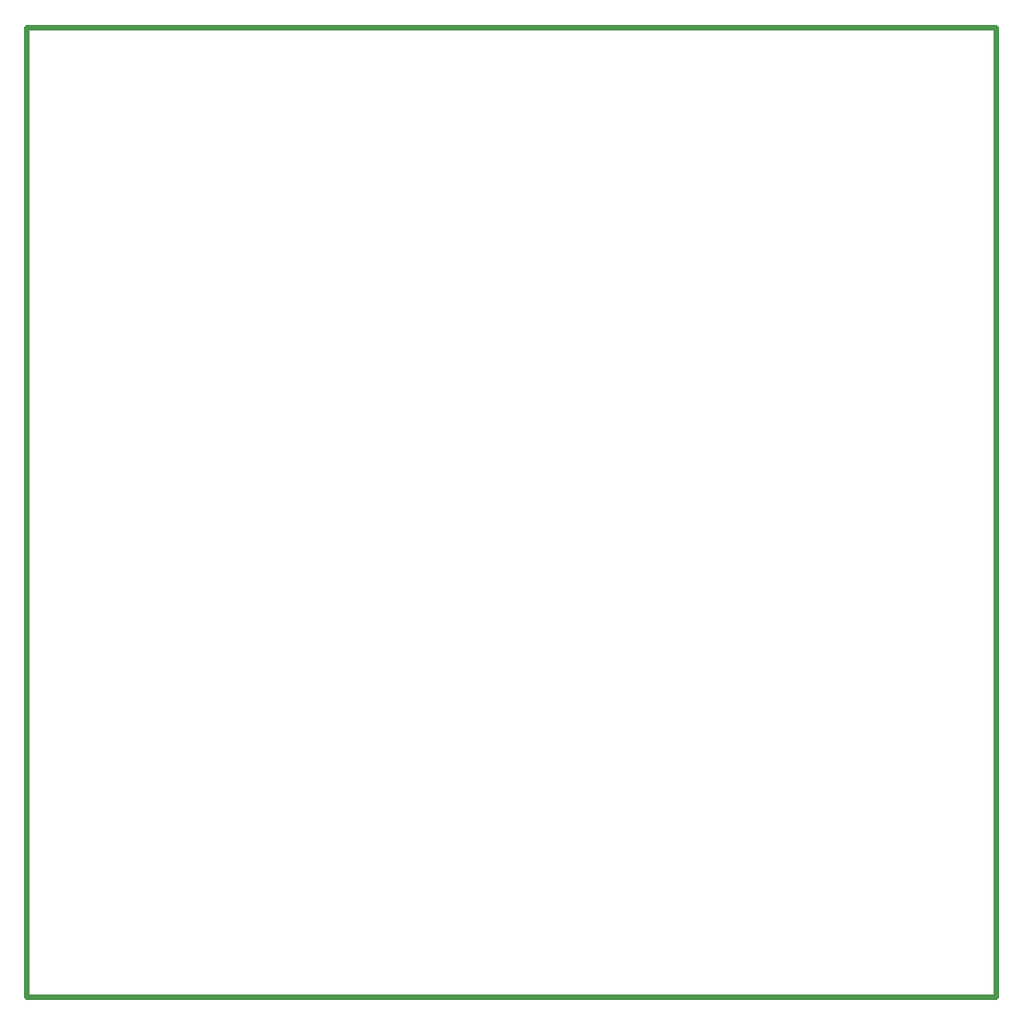
<source format=gko>
G04*
G04 #@! TF.GenerationSoftware,Altium Limited,Altium Designer,21.1.1 (26)*
G04*
G04 Layer_Color=16711935*
%FSLAX25Y25*%
%MOIN*%
G70*
G04*
G04 #@! TF.SameCoordinates,EDDA1932-7B83-4B75-B1E8-7C0ED368C603*
G04*
G04*
G04 #@! TF.FilePolarity,Positive*
G04*
G01*
G75*
%ADD10C,0.02000*%
D10*
X0D02*
Y350000D01*
X350000D01*
Y0D02*
Y350000D01*
X0Y0D02*
X350000D01*
M02*

</source>
